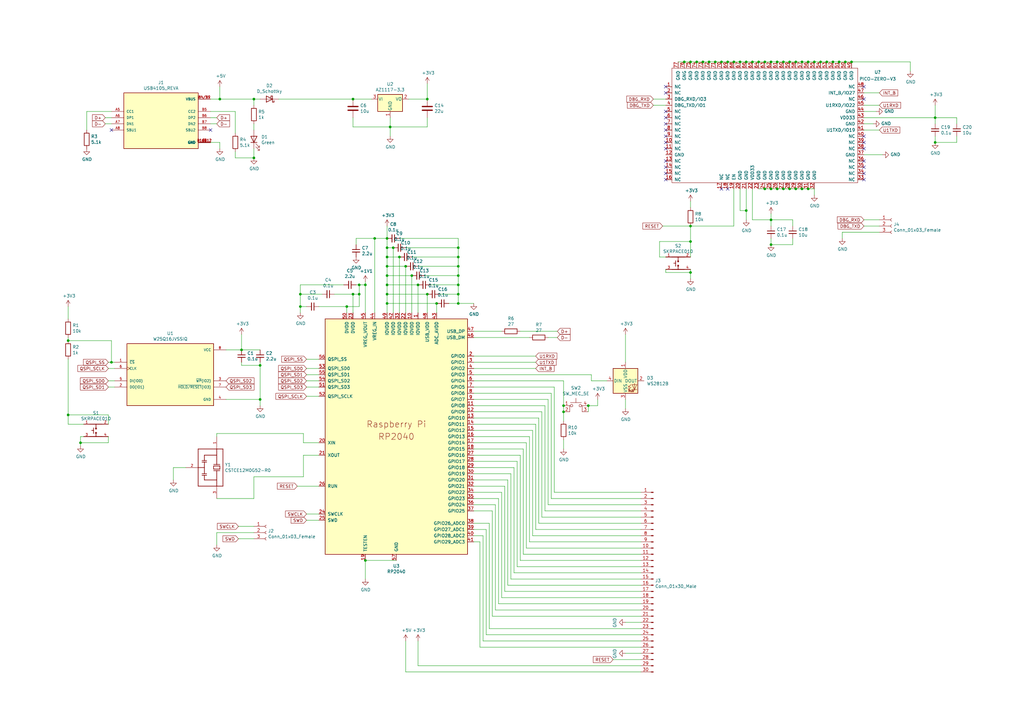
<source format=kicad_sch>
(kicad_sch (version 20211123) (generator eeschema)
  (paper "A3")
  (junction (at 99.06 143.51))
  (junction (at 187.96 124.46))
  (junction (at 241.3 166.37))
  (junction (at 158.75 120.65))
  (junction (at 231.14 166.37))
  (junction (at 123.19 120.65))
  (junction (at 316.23 77.47))
  (junction (at 346.71 25.4))
  (junction (at 187.96 101.6))
  (junction (at 187.96 113.03))
  (junction (at 323.85 77.47))
  (junction (at 27.94 139.7))
  (junction (at 158.75 97.79))
  (junction (at 158.75 101.6))
  (junction (at 321.31 77.47))
  (junction (at 339.09 25.4))
  (junction (at 168.91 113.03))
  (junction (at 231.14 168.91))
  (junction (at 45.72 148.59))
  (junction (at 321.31 25.4))
  (junction (at 311.15 25.4))
  (junction (at 283.21 92.71))
  (junction (at 290.83 25.4))
  (junction (at 179.07 124.46))
  (junction (at 175.26 120.65))
  (junction (at 328.93 25.4))
  (junction (at 187.96 109.22))
  (junction (at 306.07 25.4))
  (junction (at 323.85 25.4))
  (junction (at 106.68 163.83))
  (junction (at 280.67 25.4))
  (junction (at 313.69 25.4))
  (junction (at 318.77 25.4))
  (junction (at 318.77 77.47))
  (junction (at 171.45 116.84))
  (junction (at 144.78 120.65))
  (junction (at 147.32 116.84))
  (junction (at 288.29 25.4))
  (junction (at 153.67 97.79))
  (junction (at 27.94 170.18))
  (junction (at 285.75 25.4))
  (junction (at 187.96 120.65))
  (junction (at 316.23 25.4))
  (junction (at 144.78 40.64))
  (junction (at 326.39 25.4))
  (junction (at 104.14 64.77))
  (junction (at 283.21 25.4))
  (junction (at 316.23 90.17))
  (junction (at 308.61 25.4))
  (junction (at 166.37 109.22))
  (junction (at 158.75 116.84))
  (junction (at 158.75 124.46))
  (junction (at 149.86 116.84))
  (junction (at 187.96 105.41))
  (junction (at 160.02 52.07))
  (junction (at 303.53 25.4))
  (junction (at 142.24 125.73))
  (junction (at 147.32 120.65))
  (junction (at 300.99 25.4))
  (junction (at 316.23 100.33))
  (junction (at 331.47 77.47))
  (junction (at 283.21 111.76))
  (junction (at 306.07 86.36))
  (junction (at 313.69 77.47))
  (junction (at 341.63 25.4))
  (junction (at 328.93 77.47))
  (junction (at 158.75 105.41))
  (junction (at 283.21 99.06))
  (junction (at 349.25 25.4))
  (junction (at 175.26 40.64))
  (junction (at 295.91 25.4))
  (junction (at 326.39 77.47))
  (junction (at 383.54 48.26))
  (junction (at 149.86 229.87))
  (junction (at 33.02 181.61))
  (junction (at 123.19 125.73))
  (junction (at 163.83 105.41))
  (junction (at 158.75 109.22))
  (junction (at 106.68 149.86))
  (junction (at 104.14 40.64))
  (junction (at 334.01 25.4))
  (junction (at 331.47 25.4))
  (junction (at 158.75 113.03))
  (junction (at 90.17 40.64))
  (junction (at 336.55 25.4))
  (junction (at 161.29 101.6))
  (junction (at 187.96 116.84))
  (junction (at 298.45 25.4))
  (junction (at 293.37 25.4))
  (junction (at 344.17 25.4))
  (junction (at 383.54 58.42))
  (no_connect (at 354.33 68.58))
  (no_connect (at 354.33 71.12))
  (no_connect (at 273.05 60.96))
  (no_connect (at 354.33 66.04))
  (no_connect (at 273.05 45.72))
  (no_connect (at 273.05 73.66))
  (no_connect (at 273.05 68.58))
  (no_connect (at 354.33 58.42))
  (no_connect (at 295.91 77.47))
  (no_connect (at 354.33 55.88))
  (no_connect (at 45.72 53.34))
  (no_connect (at 273.05 38.1))
  (no_connect (at 298.45 77.47))
  (no_connect (at 273.05 50.8))
  (no_connect (at 273.05 58.42))
  (no_connect (at 273.05 48.26))
  (no_connect (at 86.36 53.34))
  (no_connect (at 354.33 35.56))
  (no_connect (at 273.05 55.88))
  (no_connect (at 273.05 71.12))
  (no_connect (at 354.33 60.96))
  (no_connect (at 354.33 73.66))
  (no_connect (at 273.05 53.34))
  (no_connect (at 273.05 66.04))
  (no_connect (at 354.33 40.64))
  (no_connect (at 273.05 35.56))
  (wire (pts (xy 241.3 166.37) (xy 245.11 166.37)))
  (wire (pts (xy 96.52 45.72) (xy 96.52 54.61)))
  (wire (pts (xy 288.29 25.4) (xy 290.83 25.4)))
  (wire (pts (xy 158.75 116.84) (xy 158.75 120.65)))
  (wire (pts (xy 130.81 158.75) (xy 125.73 158.75)))
  (wire (pts (xy 44.45 170.18) (xy 27.94 170.18)))
  (wire (pts (xy 96.52 64.77) (xy 104.14 64.77)))
  (wire (pts (xy 132.08 120.65) (xy 123.19 120.65)))
  (wire (pts (xy 88.9 218.44) (xy 104.14 218.44)))
  (wire (pts (xy 160.02 55.88) (xy 160.02 52.07)))
  (wire (pts (xy 194.31 161.29) (xy 226.06 161.29)))
  (wire (pts (xy 308.61 25.4) (xy 311.15 25.4)))
  (wire (pts (xy 212.09 189.23) (xy 212.09 232.41)))
  (wire (pts (xy 147.32 120.65) (xy 144.78 120.65)))
  (wire (pts (xy 171.45 273.05) (xy 262.89 273.05)))
  (wire (pts (xy 44.45 173.99) (xy 44.45 170.18)))
  (wire (pts (xy 124.46 195.58) (xy 124.46 186.69)))
  (wire (pts (xy 273.05 40.64) (xy 267.97 40.64)))
  (wire (pts (xy 331.47 25.4) (xy 334.01 25.4)))
  (wire (pts (xy 283.21 114.3) (xy 283.21 111.76)))
  (wire (pts (xy 158.75 109.22) (xy 158.75 113.03)))
  (wire (pts (xy 213.36 135.89) (xy 228.6 135.89)))
  (wire (pts (xy 349.25 25.4) (xy 373.38 25.4)))
  (wire (pts (xy 161.29 101.6) (xy 158.75 101.6)))
  (wire (pts (xy 316.23 25.4) (xy 318.77 25.4)))
  (wire (pts (xy 194.31 189.23) (xy 212.09 189.23)))
  (wire (pts (xy 283.21 25.4) (xy 285.75 25.4)))
  (wire (pts (xy 137.16 120.65) (xy 144.78 120.65)))
  (wire (pts (xy 104.14 60.96) (xy 104.14 64.77)))
  (wire (pts (xy 46.99 156.21) (xy 44.45 156.21)))
  (wire (pts (xy 46.99 158.75) (xy 44.45 158.75)))
  (wire (pts (xy 158.75 97.79) (xy 158.75 101.6)))
  (wire (pts (xy 262.89 201.93) (xy 227.33 201.93)))
  (wire (pts (xy 354.33 38.1) (xy 360.68 38.1)))
  (wire (pts (xy 161.29 128.27) (xy 161.29 101.6)))
  (wire (pts (xy 215.9 224.79) (xy 262.89 224.79)))
  (wire (pts (xy 194.31 214.63) (xy 200.66 214.63)))
  (wire (pts (xy 194.31 163.83) (xy 224.79 163.83)))
  (wire (pts (xy 339.09 25.4) (xy 341.63 25.4)))
  (wire (pts (xy 198.12 262.89) (xy 262.89 262.89)))
  (wire (pts (xy 325.12 100.33) (xy 316.23 100.33)))
  (wire (pts (xy 45.72 48.26) (xy 43.18 48.26)))
  (wire (pts (xy 130.81 162.56) (xy 125.73 162.56)))
  (wire (pts (xy 354.33 63.5) (xy 361.95 63.5)))
  (wire (pts (xy 223.52 166.37) (xy 223.52 209.55)))
  (wire (pts (xy 146.05 116.84) (xy 147.32 116.84)))
  (wire (pts (xy 96.52 62.23) (xy 96.52 64.77)))
  (wire (pts (xy 256.54 137.16) (xy 256.54 148.59)))
  (wire (pts (xy 130.81 199.39) (xy 121.92 199.39)))
  (wire (pts (xy 231.14 166.37) (xy 231.14 156.21)))
  (wire (pts (xy 316.23 90.17) (xy 316.23 92.71)))
  (wire (pts (xy 354.33 43.18) (xy 360.68 43.18)))
  (wire (pts (xy 325.12 90.17) (xy 325.12 92.71)))
  (wire (pts (xy 180.34 120.65) (xy 187.96 120.65)))
  (wire (pts (xy 273.05 105.41) (xy 270.51 105.41)))
  (wire (pts (xy 242.57 156.21) (xy 248.92 156.21)))
  (wire (pts (xy 106.68 163.83) (xy 92.71 163.83)))
  (wire (pts (xy 222.25 212.09) (xy 262.89 212.09)))
  (wire (pts (xy 99.06 143.51) (xy 99.06 137.16)))
  (wire (pts (xy 219.71 217.17) (xy 262.89 217.17)))
  (wire (pts (xy 114.3 40.64) (xy 144.78 40.64)))
  (wire (pts (xy 383.54 48.26) (xy 383.54 43.18)))
  (wire (pts (xy 262.89 267.97) (xy 256.54 267.97)))
  (wire (pts (xy 194.31 207.01) (xy 203.2 207.01)))
  (wire (pts (xy 144.78 128.27) (xy 144.78 120.65)))
  (wire (pts (xy 222.25 168.91) (xy 222.25 212.09)))
  (wire (pts (xy 336.55 25.4) (xy 339.09 25.4)))
  (wire (pts (xy 123.19 120.65) (xy 123.19 125.73)))
  (wire (pts (xy 194.31 173.99) (xy 219.71 173.99)))
  (wire (pts (xy 194.31 209.55) (xy 201.93 209.55)))
  (wire (pts (xy 187.96 124.46) (xy 194.31 124.46)))
  (wire (pts (xy 203.2 250.19) (xy 262.89 250.19)))
  (wire (pts (xy 316.23 77.47) (xy 318.77 77.47)))
  (wire (pts (xy 201.93 209.55) (xy 201.93 252.73)))
  (wire (pts (xy 313.69 77.47) (xy 316.23 77.47)))
  (wire (pts (xy 354.33 48.26) (xy 383.54 48.26)))
  (wire (pts (xy 231.14 168.91) (xy 231.14 172.72)))
  (wire (pts (xy 194.31 138.43) (xy 217.17 138.43)))
  (wire (pts (xy 168.91 105.41) (xy 187.96 105.41)))
  (wire (pts (xy 130.81 125.73) (xy 142.24 125.73)))
  (wire (pts (xy 344.17 25.4) (xy 346.71 25.4)))
  (wire (pts (xy 171.45 109.22) (xy 187.96 109.22)))
  (wire (pts (xy 204.47 204.47) (xy 204.47 247.65)))
  (wire (pts (xy 196.85 265.43) (xy 262.89 265.43)))
  (wire (pts (xy 130.81 210.82) (xy 125.73 210.82)))
  (wire (pts (xy 123.19 116.84) (xy 140.97 116.84)))
  (wire (pts (xy 194.31 217.17) (xy 199.39 217.17)))
  (wire (pts (xy 354.33 45.72) (xy 359.41 45.72)))
  (wire (pts (xy 194.31 151.13) (xy 219.71 151.13)))
  (wire (pts (xy 104.14 215.9) (xy 97.79 215.9)))
  (wire (pts (xy 293.37 25.4) (xy 295.91 25.4)))
  (wire (pts (xy 194.31 176.53) (xy 218.44 176.53)))
  (wire (pts (xy 142.24 125.73) (xy 147.32 125.73)))
  (wire (pts (xy 152.4 40.64) (xy 144.78 40.64)))
  (wire (pts (xy 306.07 86.36) (xy 306.07 77.47)))
  (wire (pts (xy 231.14 156.21) (xy 194.31 156.21)))
  (wire (pts (xy 283.21 92.71) (xy 283.21 99.06)))
  (wire (pts (xy 220.98 214.63) (xy 262.89 214.63)))
  (wire (pts (xy 354.33 53.34) (xy 360.68 53.34)))
  (wire (pts (xy 163.83 105.41) (xy 158.75 105.41)))
  (wire (pts (xy 323.85 25.4) (xy 326.39 25.4)))
  (wire (pts (xy 345.44 95.25) (xy 345.44 97.79)))
  (wire (pts (xy 175.26 48.26) (xy 175.26 52.07)))
  (wire (pts (xy 200.66 214.63) (xy 200.66 257.81)))
  (wire (pts (xy 217.17 222.25) (xy 262.89 222.25)))
  (wire (pts (xy 175.26 120.65) (xy 158.75 120.65)))
  (wire (pts (xy 194.31 186.69) (xy 213.36 186.69)))
  (wire (pts (xy 323.85 77.47) (xy 326.39 77.47)))
  (wire (pts (xy 27.94 138.43) (xy 27.94 139.7)))
  (wire (pts (xy 308.61 90.17) (xy 316.23 90.17)))
  (wire (pts (xy 166.37 101.6) (xy 187.96 101.6)))
  (wire (pts (xy 187.96 101.6) (xy 187.96 97.79)))
  (wire (pts (xy 46.99 148.59) (xy 45.72 148.59)))
  (wire (pts (xy 179.07 128.27) (xy 179.07 124.46)))
  (wire (pts (xy 262.89 275.59) (xy 166.37 275.59)))
  (wire (pts (xy 45.72 148.59) (xy 44.45 148.59)))
  (wire (pts (xy 383.54 58.42) (xy 383.54 55.88)))
  (wire (pts (xy 86.36 58.42) (xy 90.17 58.42)))
  (wire (pts (xy 86.36 40.64) (xy 90.17 40.64)))
  (wire (pts (xy 45.72 50.8) (xy 43.18 50.8)))
  (wire (pts (xy 194.31 171.45) (xy 220.98 171.45)))
  (wire (pts (xy 88.9 177.8) (xy 88.9 179.07)))
  (wire (pts (xy 210.82 234.95) (xy 262.89 234.95)))
  (wire (pts (xy 171.45 273.05) (xy 171.45 262.89)))
  (wire (pts (xy 27.94 173.99) (xy 34.29 173.99)))
  (wire (pts (xy 392.43 55.88) (xy 392.43 58.42)))
  (wire (pts (xy 146.05 97.79) (xy 153.67 97.79)))
  (wire (pts (xy 306.07 25.4) (xy 308.61 25.4)))
  (wire (pts (xy 218.44 219.71) (xy 262.89 219.71)))
  (wire (pts (xy 104.14 40.64) (xy 104.14 43.18)))
  (wire (pts (xy 187.96 113.03) (xy 187.96 109.22)))
  (wire (pts (xy 166.37 109.22) (xy 158.75 109.22)))
  (wire (pts (xy 360.68 90.17) (xy 354.33 90.17)))
  (wire (pts (xy 280.67 25.4) (xy 283.21 25.4)))
  (wire (pts (xy 194.31 135.89) (xy 205.74 135.89)))
  (wire (pts (xy 313.69 25.4) (xy 316.23 25.4)))
  (wire (pts (xy 194.31 166.37) (xy 223.52 166.37)))
  (wire (pts (xy 306.07 86.36) (xy 306.07 90.17)))
  (wire (pts (xy 27.94 130.81) (xy 27.94 125.73)))
  (wire (pts (xy 175.26 52.07) (xy 160.02 52.07)))
  (wire (pts (xy 71.12 191.77) (xy 71.12 196.85)))
  (wire (pts (xy 147.32 116.84) (xy 147.32 120.65)))
  (wire (pts (xy 224.79 138.43) (xy 228.6 138.43)))
  (wire (pts (xy 303.53 86.36) (xy 306.07 86.36)))
  (wire (pts (xy 219.71 173.99) (xy 219.71 217.17)))
  (wire (pts (xy 270.51 99.06) (xy 270.51 105.41)))
  (wire (pts (xy 214.63 184.15) (xy 214.63 227.33)))
  (wire (pts (xy 360.68 95.25) (xy 345.44 95.25)))
  (wire (pts (xy 176.53 116.84) (xy 187.96 116.84)))
  (wire (pts (xy 124.46 186.69) (xy 130.81 186.69)))
  (wire (pts (xy 203.2 207.01) (xy 203.2 250.19)))
  (wire (pts (xy 295.91 25.4) (xy 298.45 25.4)))
  (wire (pts (xy 325.12 97.79) (xy 325.12 100.33)))
  (wire (pts (xy 106.68 163.83) (xy 106.68 166.37)))
  (wire (pts (xy 316.23 90.17) (xy 325.12 90.17)))
  (wire (pts (xy 158.75 105.41) (xy 158.75 109.22)))
  (wire (pts (xy 166.37 128.27) (xy 166.37 109.22)))
  (wire (pts (xy 187.96 116.84) (xy 187.96 113.03)))
  (wire (pts (xy 90.17 58.42) (xy 90.17 60.96)))
  (wire (pts (xy 283.21 82.55) (xy 283.21 85.09)))
  (wire (pts (xy 194.31 204.47) (xy 204.47 204.47)))
  (wire (pts (xy 187.96 105.41) (xy 187.96 101.6)))
  (wire (pts (xy 300.99 25.4) (xy 303.53 25.4)))
  (wire (pts (xy 158.75 113.03) (xy 168.91 113.03)))
  (wire (pts (xy 208.28 240.03) (xy 262.89 240.03)))
  (wire (pts (xy 158.75 116.84) (xy 171.45 116.84)))
  (wire (pts (xy 106.68 40.64) (xy 104.14 40.64)))
  (wire (pts (xy 334.01 25.4) (xy 336.55 25.4)))
  (wire (pts (xy 184.15 124.46) (xy 187.96 124.46)))
  (wire (pts (xy 218.44 176.53) (xy 218.44 219.71)))
  (wire (pts (xy 328.93 77.47) (xy 331.47 77.47)))
  (wire (pts (xy 88.9 218.44) (xy 88.9 223.52)))
  (wire (pts (xy 147.32 125.73) (xy 147.32 120.65)))
  (wire (pts (xy 283.21 92.71) (xy 271.78 92.71)))
  (wire (pts (xy 124.46 177.8) (xy 88.9 177.8)))
  (wire (pts (xy 207.01 242.57) (xy 262.89 242.57)))
  (wire (pts (xy 209.55 237.49) (xy 262.89 237.49)))
  (wire (pts (xy 158.75 124.46) (xy 158.75 128.27)))
  (wire (pts (xy 283.21 92.71) (xy 300.99 92.71)))
  (wire (pts (xy 147.32 116.84) (xy 149.86 116.84)))
  (wire (pts (xy 194.31 184.15) (xy 214.63 184.15)))
  (wire (pts (xy 331.47 77.47) (xy 334.01 77.47)))
  (wire (pts (xy 130.81 153.67) (xy 125.73 153.67)))
  (wire (pts (xy 215.9 181.61) (xy 215.9 224.79)))
  (wire (pts (xy 86.36 50.8) (xy 88.9 50.8)))
  (wire (pts (xy 149.86 116.84) (xy 149.86 115.57)))
  (wire (pts (xy 104.14 204.47) (xy 104.14 195.58)))
  (wire (pts (xy 242.57 153.67) (xy 242.57 156.21)))
  (wire (pts (xy 256.54 163.83) (xy 256.54 167.64)))
  (wire (pts (xy 326.39 25.4) (xy 328.93 25.4)))
  (wire (pts (xy 278.13 25.4) (xy 280.67 25.4)))
  (wire (pts (xy 123.19 125.73) (xy 123.19 128.27)))
  (wire (pts (xy 187.96 120.65) (xy 187.96 116.84)))
  (wire (pts (xy 163.83 97.79) (xy 187.96 97.79)))
  (wire (pts (xy 321.31 25.4) (xy 323.85 25.4)))
  (wire (pts (xy 130.81 147.32) (xy 125.73 147.32)))
  (wire (pts (xy 373.38 25.4) (xy 373.38 29.21)))
  (wire (pts (xy 308.61 77.47) (xy 308.61 90.17)))
  (wire (pts (xy 194.31 181.61) (xy 215.9 181.61)))
  (wire (pts (xy 200.66 257.81) (xy 262.89 257.81)))
  (wire (pts (xy 33.02 179.07) (xy 34.29 179.07)))
  (wire (pts (xy 86.36 48.26) (xy 88.9 48.26)))
  (wire (pts (xy 45.72 139.7) (xy 45.72 148.59)))
  (wire (pts (xy 226.06 161.29) (xy 226.06 204.47)))
  (wire (pts (xy 90.17 40.64) (xy 104.14 40.64)))
  (wire (pts (xy 226.06 204.47) (xy 262.89 204.47)))
  (wire (pts (xy 160.02 52.07) (xy 144.78 52.07)))
  (wire (pts (xy 227.33 201.93) (xy 227.33 158.75)))
  (wire (pts (xy 205.74 201.93) (xy 205.74 245.11)))
  (wire (pts (xy 341.63 25.4) (xy 344.17 25.4)))
  (wire (pts (xy 33.02 182.88) (xy 33.02 181.61)))
  (wire (pts (xy 45.72 45.72) (xy 35.56 45.72)))
  (wire (pts (xy 88.9 204.47) (xy 104.14 204.47)))
  (wire (pts (xy 303.53 25.4) (xy 306.07 25.4)))
  (wire (pts (xy 27.94 147.32) (xy 27.94 170.18)))
  (wire (pts (xy 99.06 149.86) (xy 106.68 149.86)))
  (wire (pts (xy 231.14 166.37) (xy 231.14 168.91)))
  (wire (pts (xy 224.79 163.83) (xy 224.79 207.01)))
  (wire (pts (xy 360.68 92.71) (xy 354.33 92.71)))
  (wire (pts (xy 27.94 170.18) (xy 27.94 173.99)))
  (wire (pts (xy 99.06 143.51) (xy 106.68 143.51)))
  (wire (pts (xy 321.31 77.47) (xy 323.85 77.47)))
  (wire (pts (xy 166.37 262.89) (xy 166.37 275.59)))
  (wire (pts (xy 207.01 199.39) (xy 207.01 242.57)))
  (wire (pts (xy 86.36 45.72) (xy 96.52 45.72)))
  (wire (pts (xy 383.54 48.26) (xy 392.43 48.26)))
  (wire (pts (xy 153.67 97.79) (xy 158.75 97.79)))
  (wire (pts (xy 194.31 194.31) (xy 209.55 194.31)))
  (wire (pts (xy 220.98 171.45) (xy 220.98 214.63)))
  (wire (pts (xy 334.01 77.47) (xy 334.01 80.01)))
  (wire (pts (xy 392.43 48.26) (xy 392.43 50.8)))
  (wire (pts (xy 196.85 222.25) (xy 196.85 265.43)))
  (wire (pts (xy 205.74 245.11) (xy 262.89 245.11)))
  (wire (pts (xy 208.28 196.85) (xy 208.28 240.03)))
  (wire (pts (xy 318.77 77.47) (xy 321.31 77.47)))
  (wire (pts (xy 311.15 77.47) (xy 313.69 77.47)))
  (wire (pts (xy 204.47 247.65) (xy 262.89 247.65)))
  (wire (pts (xy 173.99 113.03) (xy 187.96 113.03)))
  (wire (pts (xy 158.75 101.6) (xy 158.75 105.41)))
  (wire (pts (xy 273.05 110.49) (xy 273.05 111.76)))
  (wire (pts (xy 130.81 213.36) (xy 125.73 213.36)))
  (wire (pts (xy 300.99 77.47) (xy 300.99 92.71)))
  (wire (pts (xy 209.55 194.31) (xy 209.55 237.49)))
  (wire (pts (xy 130.81 156.21) (xy 125.73 156.21)))
  (wire (pts (xy 194.31 222.25) (xy 196.85 222.25)))
  (wire (pts (xy 354.33 50.8) (xy 358.14 50.8)))
  (wire (pts (xy 311.15 25.4) (xy 313.69 25.4)))
  (wire (pts (xy 146.05 100.33) (xy 146.05 97.79)))
  (wire (pts (xy 153.67 128.27) (xy 153.67 97.79)))
  (wire (pts (xy 383.54 48.26) (xy 383.54 50.8)))
  (wire (pts (xy 162.56 229.87) (xy 149.86 229.87)))
  (wire (pts (xy 149.86 128.27) (xy 149.86 116.84)))
  (wire (pts (xy 231.14 180.34) (xy 231.14 184.15)))
  (wire (pts (xy 158.75 120.65) (xy 158.75 124.46)))
  (wire (pts (xy 171.45 128.27) (xy 171.45 116.84)))
  (wire (pts (xy 90.17 40.64) (xy 90.17 35.56)))
  (wire (pts (xy 283.21 99.06) (xy 283.21 105.41)))
  (wire (pts (xy 245.11 166.37) (xy 245.11 163.83)))
  (wire (pts (xy 35.56 45.72) (xy 35.56 53.34)))
  (wire (pts (xy 270.51 99.06) (xy 283.21 99.06)))
  (wire (pts (xy 149.86 237.49) (xy 149.86 229.87)))
  (wire (pts (xy 104.14 220.98) (xy 97.79 220.98)))
  (wire (pts (xy 227.33 158.75) (xy 194.31 158.75)))
  (wire (pts (xy 194.31 179.07) (xy 217.17 179.07)))
  (wire (pts (xy 167.64 40.64) (xy 175.26 40.64)))
  (wire (pts (xy 214.63 227.33) (xy 262.89 227.33)))
  (wire (pts (xy 92.71 143.51) (xy 99.06 143.51)))
  (wire (pts (xy 194.31 168.91) (xy 222.25 168.91)))
  (wire (pts (xy 160.02 48.26) (xy 160.02 52.07)))
  (wire (pts (xy 33.02 181.61) (xy 33.02 179.07)))
  (wire (pts (xy 194.31 148.59) (xy 219.71 148.59)))
  (wire (pts (xy 194.31 196.85) (xy 208.28 196.85)))
  (wire (pts (xy 130.81 151.13) (xy 125.73 151.13)))
  (wire (pts (xy 106.68 149.86) (xy 106.68 163.83)))
  (wire (pts (xy 326.39 77.47) (xy 328.93 77.47)))
  (wire (pts (xy 241.3 168.91) (xy 241.3 166.37)))
  (wire (pts (xy 262.89 255.27) (xy 256.54 255.27)))
  (wire (pts (xy 194.31 199.39) (xy 207.01 199.39)))
  (wire (pts (xy 106.68 149.86) (xy 106.68 148.59)))
  (wire (pts (xy 224.79 207.01) (xy 262.89 207.01)))
  (wire (pts (xy 44.45 181.61) (xy 33.02 181.61)))
  (wire (pts (xy 187.96 109.22) (xy 187.96 105.41)))
  (wire (pts (xy 194.31 146.05) (xy 219.71 146.05)))
  (wire (pts (xy 163.83 128.27) (xy 163.83 105.41)))
  (wire (pts (xy 273.05 43.18) (xy 267.97 43.18)))
  (wire (pts (xy 194.31 153.67) (xy 242.57 153.67)))
  (wire (pts (xy 316.23 100.33) (xy 316.23 97.79)))
  (wire (pts (xy 76.2 191.77) (xy 71.12 191.77)))
  (wire (pts (xy 392.43 58.42) (xy 383.54 58.42)))
  (wire (pts (xy 285.75 25.4) (xy 288.29 25.4)))
  (wire (pts (xy 158.75 92.71) (xy 158.75 97.79)))
  (wire (pts (xy 99.06 148.59) (xy 99.06 149.86)))
  (wire (pts (xy 199.39 217.17) (xy 199.39 260.35)))
  (wire (pts (xy 187.96 124.46) (xy 187.96 120.65)))
  (wire (pts (xy 283.21 111.76) (xy 283.21 110.49)))
  (wire (pts (xy 46.99 151.13) (xy 44.45 151.13)))
  (wire (pts (xy 158.75 113.03) (xy 158.75 116.84)))
  (wire (pts (xy 328.93 25.4) (xy 331.47 25.4)))
  (wire (pts (xy 27.94 139.7) (xy 45.72 139.7)))
  (wire (pts (xy 303.53 77.47) (xy 303.53 86.36)))
  (wire (pts (xy 130.81 181.61) (xy 124.46 181.61)))
  (wire (pts (xy 213.36 229.87) (xy 262.89 229.87)))
  (wire (pts (xy 199.39 260.35) (xy 262.89 260.35)))
  (wire (pts (xy 144.78 52.07) (xy 144.78 48.26)))
  (wire (pts (xy 217.17 179.07) (xy 217.17 222.25)))
  (wire (pts (xy 125.73 125.73) (xy 123.19 125.73)))
  (wire (pts (xy 104.14 195.58) (xy 124.46 195.58)))
  (wire (pts (xy 168.91 128.27) (xy 168.91 113.03)))
  (wire (pts (xy 44.45 179.07) (xy 44.45 181.61)))
  (wire (pts (xy 346.71 25.4) (xy 349.25 25.4)))
  (wire (pts (xy 210.82 191.77) (xy 210.82 234.95)))
  (wire (pts (xy 142.24 128.27) (xy 142.24 125.73)))
  (wire (pts (xy 124.46 181.61) (xy 124.46 177.8)))
  (wire (pts (xy 198.12 219.71) (xy 198.12 262.89)))
  (wire (pts (xy 223.52 209.55) (xy 262.89 209.55)))
  (wire (pts (xy 194.31 191.77) (xy 210.82 191.77)))
  (wire (pts (xy 213.36 186.69) (xy 213.36 229.87)))
  (wire (pts (xy 194.31 219.71) (xy 198.12 219.71)))
  (wire (pts (xy 175.26 128.27) (xy 175.26 120.65)))
  (wire (pts (xy 316.23 87.63) (xy 316.23 90.17)))
  (wire (pts (xy 201.93 252.73) (xy 262.89 252.73)))
  (wire (pts (xy 290.83 25.4) (xy 293.37 25.4)))
  (wire (pts (xy 175.26 40.64) (xy 175.26 34.29)))
  (wire (pts (xy 104.14 53.34) (xy 104.14 50.8)))
  (wire (pts (xy 179.07 124.46) (xy 158.75 124.46)))
  (wire (pts (xy 273.05 111.76) (xy 283.21 111.76)))
  (wire (pts (xy 123.19 120.65) (xy 123.19 116.84)))
  (wire (pts (xy 194.31 201.93) (xy 205.74 201.93)))
  (wire (pts (xy 262.89 270.51) (xy 251.46 270.51)))
  (wire (pts (xy 298.45 25.4) (xy 300.99 25.4)))
  (wire (pts (xy 212.09 232.41) (xy 262.89 232.41)))
  (wire (pts (xy 318.77 25.4) (xy 321.31 25.4)))
  (global_label "SWD" (shape input) (at 97.79 220.98 180) (property "シート間のリファレンス" "${INTERSHEET_REFS}" (effects hide)))
  (global_label "RESET" (shape input) (at 251.46 270.51 180) (property "シート間のリファレンス" "${INTERSHEET_REFS}" (effects hide)))
  (global_label "QSPI_SS" (shape input) (at 44.45 148.59 180) (property "シート間のリファレンス" "${INTERSHEET_REFS}" (effects hide)))
  (global_label "DBG_TXD" (shape input) (at 267.97 43.18 180) (property "シート間のリファレンス" "${INTERSHEET_REFS}" (effects hide)))
  (global_label "DBG_RXD" (shape input) (at 267.97 40.64 180) (property "シート間のリファレンス" "${INTERSHEET_REFS}" (effects hide)))
  (global_label "QSPI_SCLK" (shape input) (at 44.45 151.13 180) (property "シート間のリファレンス" "${INTERSHEET_REFS}" (effects hide)))
  (global_label "SWD" (shape input) (at 125.73 213.36 180) (property "シート間のリファレンス" "${INTERSHEET_REFS}" (effects hide)))
  (global_label "QSPI_SS" (shape input) (at 125.73 147.32 180) (property "シート間のリファレンス" "${INTERSHEET_REFS}" (effects hide)))
  (global_label "QSPI_SD1" (shape input) (at 44.45 158.75 180) (property "シート間のリファレンス" "${INTERSHEET_REFS}" (effects hide)))
  (global_label "INT_B" (shape input) (at 219.71 151.13 0) (property "シート間のリファレンス" "${INTERSHEET_REFS}" (effects hide)))
  (global_label "QSPI_SD3" (shape input) (at 125.73 158.75 180) (property "シート間のリファレンス" "${INTERSHEET_REFS}" (effects hide)))
  (global_label "D-" (shape input) (at 43.18 50.8 180) (property "シート間のリファレンス" "${INTERSHEET_REFS}" (effects hide)))
  (global_label "DBG_RXD" (shape input) (at 354.33 90.17 180) (property "シート間のリファレンス" "${INTERSHEET_REFS}" (effects hide)))
  (global_label "D-" (shape input) (at 88.9 50.8 0) (property "シート間のリファレンス" "${INTERSHEET_REFS}" (effects hide)))
  (global_label "U1RXD" (shape input) (at 360.68 43.18 0) (property "シート間のリファレンス" "${INTERSHEET_REFS}" (effects hide)))
  (global_label "RESET" (shape input) (at 121.92 199.39 180) (property "シート間のリファレンス" "${INTERSHEET_REFS}" (effects hide)))
  (global_label "D+" (shape input) (at 43.18 48.26 180) (property "シート間のリファレンス" "${INTERSHEET_REFS}" (effects hide)))
  (global_label "INT_B" (shape input) (at 360.68 38.1 0) (property "シート間のリファレンス" "${INTERSHEET_REFS}" (effects hide)))
  (global_label "SWCLK" (shape input) (at 125.73 210.82 180) (property "シート間のリファレンス" "${INTERSHEET_REFS}" (effects hide)))
  (global_label "DBG_TXD" (shape input) (at 354.33 92.71 180) (property "シート間のリファレンス" "${INTERSHEET_REFS}" (effects hide)))
  (global_label "RESET" (shape input) (at 271.78 92.71 180) (property "シート間のリファレンス" "${INTERSHEET_REFS}" (effects hide)))
  (global_label "QSPI_SD2" (shape input) (at 125.73 156.21 180) (property "シート間のリファレンス" "${INTERSHEET_REFS}" (effects hide)))
  (global_label "QSPI_SD3" (shape input) (at 92.71 158.75 0) (property "シート間のリファレンス" "${INTERSHEET_REFS}" (effects hide)))
  (global_label "QSPI_SD2" (shape input) (at 92.71 156.21 0) (property "シート間のリファレンス" "${INTERSHEET_REFS}" (effects hide)))
  (global_label "QSPI_SD0" (shape input) (at 44.45 156.21 180) (property "シート間のリファレンス" "${INTERSHEET_REFS}" (effects hide)))
  (global_label "D+" (shape input) (at 88.9 48.26 0) (property "シート間のリファレンス" "${INTERSHEET_REFS}" (effects hide)))
  (global_label "QSPI_SCLK" (shape input) (at 125.73 162.56 180) (property "シート間のリファレンス" "${INTERSHEET_REFS}" (effects hide)))
  (global_label "SWCLK" (shape input) (at 97.79 215.9 180) (property "シート間のリファレンス" "${INTERSHEET_REFS}" (effects hide)))
  (global_label "U1TXD" (shape input) (at 219.71 148.59 0) (property "シート間のリファレンス" "${INTERSHEET_REFS}" (effects hide)))
  (global_label "D+" (shape input) (at 228.6 135.89 0) (property "シート間のリファレンス" "${INTERSHEET_REFS}" (effects hide)))
  (global_label "U1TXD" (shape input) (at 360.68 53.34 0) (property "シート間のリファレンス" "${INTERSHEET_REFS}" (effects hide)))
  (global_label "QSPI_SD0" (shape input) (at 125.73 151.13 180) (property "シート間のリファレンス" "${INTERSHEET_REFS}" (effects hide)))
  (global_label "QSPI_SD1" (shape input) (at 125.73 153.67 180) (property "シート間のリファレンス" "${INTERSHEET_REFS}" (effects hide)))
  (global_label "D-" (shape input) (at 228.6 138.43 0) (property "シート間のリファレンス" "${INTERSHEET_REFS}" (effects hide)))
  (global_label "U1RXD" (shape input) (at 219.71 146.05 0) (property "シート間のリファレンス" "${INTERSHEET_REFS}" (effects hide)))
  (symbol (lib_id "power:GND") (at 306.07 90.17 0) (unit 1)
    (property "Reference" "#PWR0108" (effects hide))
    (property "Value" "GND" (at 306.197 94.5642 0))
  )
  (symbol (lib_id "power:GND") (at 334.01 80.01 0) (unit 1)
    (property "Reference" "#PWR0107" (effects hide))
    (property "Value" "GND" (at 334.137 84.4042 0))
  )
  (symbol (lib_id "Device:C_Small") (at 316.23 95.25 0) (unit 1)
    (property "Reference" "C17" (at 318.5668 94.0816 0) (effects (justify left)))
    (property "Value" "0.1u" (at 318.5668 96.393 0) (effects (justify left)))
    (property "Footprint" "Capacitor_SMD:C_0603_1608Metric" (effects hide))
  )
  (symbol (lib_id "Device:C_Small") (at 325.12 95.25 0) (unit 1)
    (property "Reference" "C18" (at 327.4568 94.0816 0) (effects (justify left)))
    (property "Value" "10u" (at 327.4568 96.393 0) (effects (justify left)))
    (property "Footprint" "Capacitor_SMD:C_0805_2012Metric" (effects hide))
  )
  (symbol (lib_id "power:GND") (at 316.23 100.33 0) (unit 1)
    (property "Reference" "#PWR0106" (effects hide))
    (property "Value" "GND" (at 316.357 104.7242 0))
  )
  (symbol (lib_id "power:GND") (at 361.95 63.5 90) (unit 1)
    (property "Reference" "#PWR0105" (effects hide))
    (property "Value" "GND" (at 365.2012 63.373 90) (effects (justify right)))
  )
  (symbol (lib_id "power:GND") (at 358.14 50.8 90) (unit 1)
    (property "Reference" "#PWR0104" (effects hide))
    (property "Value" "GND" (at 361.3912 50.673 90) (effects (justify right)))
  )
  (symbol (lib_id "power:GND") (at 359.41 45.72 90) (unit 1)
    (property "Reference" "#PWR0103" (effects hide))
    (property "Value" "GND" (at 362.6612 45.593 90) (effects (justify right)))
  )
  (symbol (lib_id "Device:C_Small") (at 383.54 53.34 0) (unit 1)
    (property "Reference" "C19" (at 385.8768 52.1716 0) (effects (justify left)))
    (property "Value" "0.1u" (at 385.8768 54.483 0) (effects (justify left)))
    (property "Footprint" "Capacitor_SMD:C_0603_1608Metric" (effects hide))
  )
  (symbol (lib_id "Device:C_Small") (at 392.43 53.34 0) (unit 1)
    (property "Reference" "C20" (at 394.7668 52.1716 0) (effects (justify left)))
    (property "Value" "10u" (at 394.7668 54.483 0) (effects (justify left)))
    (property "Footprint" "Capacitor_SMD:C_0805_2012Metric" (effects hide))
  )
  (symbol (lib_id "power:GND") (at 383.54 58.42 0) (unit 1)
    (property "Reference" "#PWR0102" (effects hide))
    (property "Value" "GND" (at 383.667 62.8142 0))
  )
  (symbol (lib_id "power:GND") (at 373.38 29.21 0) (unit 1)
    (property "Reference" "#PWR0101" (effects hide))
    (property "Value" "GND" (at 373.507 33.6042 0))
  )
  (symbol (lib_id "LED:WS2812B") (at 256.54 156.21 0) (unit 1)
    (property "Reference" "D3" (at 265.2776 155.0416 0) (effects (justify left)))
    (property "Value" "WS2812B" (at 265.2776 157.353 0) (effects (justify left)))
    (property "Footprint" "LED_SMD:LED_WS2812B_PLCC4_5.0x5.0mm_P3.2mm" (effects hide))
    (property "Datasheet" "https://cdn-shop.adafruit.com/datasheets/WS2812B.pdf" (effects hide))
  )
  (symbol (lib_id "power:+3.3V") (at 316.23 87.63 0) (unit 1)
    (property "Reference" "#PWR0109" (effects hide))
    (property "Value" "+3.3V" (at 316.611 83.2358 0))
  )
  (symbol (lib_id "power:+3.3V") (at 383.54 43.18 0) (unit 1)
    (property "Reference" "#PWR0110" (effects hide))
    (property "Value" "+3.3V" (at 383.921 38.7858 0))
  )
  (symbol (lib_id "Switch:SW_MEC_5E") (at 236.22 168.91 0) (unit 1)
    (property "Reference" "SW2" (at 236.22 159.131 0))
    (property "Value" "SW_MEC_5E" (at 236.22 161.4424 0))
    (property "Footprint" "Button_Switch_SMD:SW_SPST_Omron_B3FS-105xP" (effects hide))
    (property "Datasheet" "http://www.apem.com/int/index.php?controller=attachment&id_attachment=1371" (effects hide))
  )
  (symbol (lib_id "power:+3.3V") (at 283.21 82.55 0) (unit 1)
    (property "Reference" "#PWR0111" (effects hide))
    (property "Value" "+3.3V" (at 283.591 78.1558 0))
  )
  (symbol (lib_id "Device:R") (at 283.21 88.9 180) (unit 1)
    (property "Reference" "R8" (at 284.988 87.7316 0) (effects (justify right)))
    (property "Value" "10k" (at 284.988 90.043 0) (effects (justify right)))
    (property "Footprint" "Resistor_SMD:R_0603_1608Metric" (effects hide))
  )
  (symbol (lib_id "power:GND") (at 283.21 114.3 0) (unit 1)
    (property "Reference" "#PWR0112" (effects hide))
    (property "Value" "GND" (at 283.337 118.6942 0))
  )
  (symbol (lib_id "MCU_RaspberryPi_and_Boards:RP2040") (at 162.56 179.07 0) (unit 1)
    (property "Reference" "U3" (at 162.56 232.1306 0))
    (property "Value" "RP2040" (at 162.56 234.442 0))
    (property "Footprint" "AlexaConnectKitBoard_proj:RP2040-QFN-56" (effects hide))
  )
  (symbol (lib_id "power:+3.3V") (at 256.54 137.16 0) (unit 1)
    (property "Reference" "#PWR0132" (effects hide))
    (property "Value" "+3.3V" (at 256.921 132.7658 0))
  )
  (symbol (lib_id "Regulator_Linear:AZ1117-3.3") (at 160.02 40.64 0) (unit 1)
    (property "Reference" "U2" (at 160.02 34.4932 0))
    (property "Value" "AZ1117-3.3" (at 160.02 36.8046 0))
    (property "Footprint" "Package_TO_SOT_SMD:SOT-223-3_TabPin2" (effects hide))
    (property "Datasheet" "https://www.diodes.com/assets/Datasheets/AZ1117.pdf" (effects hide))
  )
  (symbol (lib_id "Device:C") (at 144.78 44.45 0) (unit 1)
    (property "Reference" "C6" (at 147.701 43.2816 0) (effects (justify left)))
    (property "Value" "10u" (at 147.701 45.593 0) (effects (justify left)))
    (property "Footprint" "Capacitor_SMD:C_0805_2012Metric" (effects hide))
  )
  (symbol (lib_id "Device:C") (at 175.26 44.45 0) (unit 1)
    (property "Reference" "C14" (at 178.181 43.2816 0) (effects (justify left)))
    (property "Value" "22u" (at 178.181 45.593 0) (effects (justify left)))
    (property "Footprint" "Capacitor_SMD:C_0603_1608Metric" (effects hide))
  )
  (symbol (lib_id "power:GND") (at 256.54 167.64 0) (unit 1)
    (property "Reference" "#PWR0133" (effects hide))
    (property "Value" "GND" (at 256.667 172.0342 0))
  )
  (symbol (lib_id "Device:D_Schottky") (at 110.49 40.64 180) (unit 1)
    (property "Reference" "D2" (at 110.49 35.1282 0))
    (property "Value" "D_Schottky" (at 110.49 37.4396 0))
    (property "Footprint" "Diode_SMD:D_SOD-123F" (effects hide))
  )
  (symbol (lib_id "power:GND") (at 160.02 55.88 0) (unit 1)
    (property "Reference" "#PWR0117" (effects hide))
    (property "Value" "GND" (at 160.147 60.2742 0))
  )
  (symbol (lib_id "Device:R") (at 35.56 57.15 0) (unit 1)
    (property "Reference" "R3" (at 37.338 55.9816 0) (effects (justify left)))
    (property "Value" "5.1k" (at 37.338 58.293 0) (effects (justify left)))
    (property "Footprint" "Resistor_SMD:R_0603_1608Metric_Pad0.98x0.95mm_HandSolder" (effects hide))
  )
  (symbol (lib_id "power:GND") (at 35.56 60.96 0)
    (property "Reference" "#PWR0113" (effects hide))
    (property "Value" "GND" (at 35.687 65.3542 0))
  )
  (symbol (lib_id "Device:R") (at 96.52 58.42 0) (unit 1)
    (property "Reference" "R4" (at 98.298 57.2516 0) (effects (justify left)))
    (property "Value" "5.1k" (at 98.298 59.563 0) (effects (justify left)))
    (property "Footprint" "Resistor_SMD:R_0603_1608Metric_Pad0.98x0.95mm_HandSolder" (effects hide))
  )
  (symbol (lib_id "power:GND") (at 104.14 64.77 0)
    (property "Reference" "#PWR0114" (effects hide))
    (property "Value" "GND" (at 104.267 69.1642 0))
  )
  (symbol (lib_id "power:GND") (at 90.17 60.96 0)
    (property "Reference" "#PWR0115" (effects hide))
    (property "Value" "GND" (at 90.297 65.3542 0))
  )
  (symbol (lib_id "power:+5V") (at 90.17 35.56 0) (unit 1)
    (property "Reference" "#PWR0116" (effects hide))
    (property "Value" "+5V" (at 90.551 31.1658 0))
  )
  (symbol (lib_id "Device:R") (at 104.14 46.99 0) (unit 1)
    (property "Reference" "R5" (at 105.918 45.8216 0) (effects (justify left)))
    (property "Value" "1k" (at 105.918 48.133 0) (effects (justify left)))
    (property "Footprint" "Resistor_SMD:R_0603_1608Metric_Pad0.98x0.95mm_HandSolder" (effects hide))
  )
  (symbol (lib_id "Device:LED") (at 104.14 57.15 90) (unit 1)
    (property "Reference" "D1" (at 107.1372 56.1594 90) (effects (justify right)))
    (property "Value" "Green" (at 107.1372 58.4708 90) (effects (justify right)))
    (property "Footprint" "LED_SMD:LED_0603_1608Metric_Pad1.05x0.95mm_HandSolder" (effects hide))
  )
  (symbol (lib_id "USB4105_REVA:USB4105_REVA") (at 66.04 50.8 0) (unit 1)
    (property "Reference" "J1" (at 66.04 33.8582 0))
    (property "Value" "USB4105_REVA" (at 66.04 36.1696 0))
    (property "Footprint" "Connector_USB:GCT_USB4105_REVA" (effects hide))
    (property "MAXIMUM_PACKAGE_HEIGHT" "3.31 mm" (effects hide))
    (property "STANDARD" "Manufacturer Recommendations" (effects hide))
    (property "MANUFACTURER" "GCT" (effects hide))
    (property "PARTREV" "0.2" (effects hide))
  )
  (symbol (lib_id "power:+3.3V") (at 245.11 163.83 0) (unit 1)
    (property "Reference" "#PWR0134" (effects hide))
    (property "Value" "+3.3V" (at 245.491 159.4358 0))
  )
  (symbol (lib_id "power:+3.3V") (at 175.26 34.29 0) (unit 1)
    (property "Reference" "#PWR0118" (effects hide))
    (property "Value" "+3.3V" (at 175.641 29.8958 0))
  )
  (symbol (lib_id "Device:R") (at 231.14 176.53 0) (unit 1)
    (property "Reference" "R10" (at 232.918 175.3616 0) (effects (justify left)))
    (property "Value" "10k" (at 232.918 177.673 0) (effects (justify left)))
    (property "Footprint" "Resistor_SMD:R_0603_1608Metric" (effects hide))
  )
  (symbol (lib_id "power:GND") (at 231.14 184.15 0) (unit 1)
    (property "Reference" "#PWR0135" (effects hide))
    (property "Value" "GND" (at 231.267 188.5442 0))
  )
  (symbol (lib_id "Connector:Conn_01x30_Male") (at 267.97 237.49 0) (mirror y) (unit 1)
    (property "Reference" "J3" (at 268.6812 238.1504 0) (effects (justify right)))
    (property "Value" "Conn_01x30_Male" (at 268.6812 240.4618 0) (effects (justify right)))
    (property "Footprint" "Connector_PinHeader_2.54mm:PinHeader_1x30_P2.54mm_Vertical" (effects hide))
  )
  (symbol (lib_id "power:+5V") (at 166.37 262.89 0) (unit 1)
    (property "Reference" "#PWR0136" (effects hide))
    (property "Value" "+5V" (at 166.751 258.4958 0))
  )
  (symbol (lib_id "Device:R") (at 209.55 135.89 270) (unit 1)
    (property "Reference" "R6" (at 209.55 130.6322 90))
    (property "Value" "27" (at 209.55 132.9436 90))
    (property "Footprint" "Resistor_SMD:R_0603_1608Metric" (effects hide))
  )
  (symbol (lib_id "Device:R") (at 220.98 138.43 270) (unit 1)
    (property "Reference" "R7" (at 220.98 133.1722 90))
    (property "Value" "27" (at 220.98 135.4836 90))
    (property "Footprint" "Resistor_SMD:R_0603_1608Metric" (effects hide))
  )
  (symbol (lib_id "power:+3.3V") (at 171.45 262.89 0) (unit 1)
    (property "Reference" "#PWR0137" (effects hide))
    (property "Value" "+3.3V" (at 171.831 258.4958 0))
  )
  (symbol (lib_id "Device:C_Small") (at 161.29 97.79 270) (unit 1)
    (property "Reference" "C8" (at 161.29 91.9734 90))
    (property "Value" "0.1u" (at 161.29 94.2848 90))
    (property "Footprint" "Capacitor_SMD:C_0603_1608Metric" (effects hide))
  )
  (symbol (lib_id "Device:C_Small") (at 163.83 101.6 270) (unit 1)
    (property "Reference" "C9" (at 163.83 95.7834 90))
    (property "Value" "0.1u" (at 163.83 98.0948 90))
    (property "Footprint" "Capacitor_SMD:C_0603_1608Metric" (effects hide))
  )
  (symbol (lib_id "Device:C_Small") (at 166.37 105.41 270) (unit 1)
    (property "Reference" "C10" (at 166.37 99.5934 90))
    (property "Value" "0.1u" (at 166.37 101.9048 90))
    (property "Footprint" "Capacitor_SMD:C_0603_1608Metric" (effects hide))
  )
  (symbol (lib_id "Device:C_Small") (at 168.91 109.22 270) (unit 1)
    (property "Reference" "C11" (at 168.91 103.4034 90))
    (property "Value" "0.1u" (at 168.91 105.7148 90))
    (property "Footprint" "Capacitor_SMD:C_0603_1608Metric" (effects hide))
  )
  (symbol (lib_id "Device:C_Small") (at 171.45 113.03 270) (unit 1)
    (property "Reference" "C12" (at 171.45 107.2134 90))
    (property "Value" "0.1u" (at 171.45 109.5248 90))
    (property "Footprint" "Capacitor_SMD:C_0603_1608Metric" (effects hide))
  )
  (symbol (lib_id "Device:C_Small") (at 173.99 116.84 270) (unit 1)
    (property "Reference" "C13" (at 173.99 111.0234 90))
    (property "Value" "0.1u" (at 173.99 113.3348 90))
    (property "Footprint" "Capacitor_SMD:C_0603_1608Metric" (effects hide))
  )
  (symbol (lib_id "Device:C_Small") (at 177.8 120.65 270) (unit 1)
    (property "Reference" "C15" (at 177.8 114.8334 90))
    (property "Value" "0.1u" (at 177.8 117.1448 90))
    (property "Footprint" "Capacitor_SMD:C_0603_1608Metric" (effects hide))
  )
  (symbol (lib_id "Device:C_Small") (at 181.61 124.46 270) (unit 1)
    (property "Reference" "C16" (at 181.61 118.6434 90))
    (property "Value" "0.1u" (at 181.61 120.9548 90))
    (property "Footprint" "Capacitor_SMD:C_0603_1608Metric" (effects hide))
  )
  (symbol (lib_id "power:+3.3V") (at 158.75 92.71 0) (unit 1)
    (property "Reference" "#PWR0119" (effects hide))
    (property "Value" "+3.3V" (at 159.131 88.3158 0))
  )
  (symbol (lib_id "power:GND") (at 194.31 124.46 0) (unit 1)
    (property "Reference" "#PWR0120" (effects hide))
    (property "Value" "GND" (at 194.437 128.8542 0))
  )
  (symbol (lib_id "Device:C_Small") (at 146.05 102.87 0) (unit 1)
    (property "Reference" "C7" (at 148.3868 101.7016 0) (effects (justify left)))
    (property "Value" "2.2u" (at 148.3868 104.013 0) (effects (justify left)))
    (property "Footprint" "Capacitor_SMD:C_0603_1608Metric" (effects hide))
  )
  (symbol (lib_id "power:GND") (at 146.05 105.41 0)
    (property "Reference" "#PWR0121" (effects hide))
    (property "Value" "GND" (at 146.177 109.8042 0))
  )
  (symbol (lib_id "Device:C_Small") (at 143.51 116.84 270) (unit 1)
    (property "Reference" "C5" (at 143.51 111.0234 90))
    (property "Value" "2.2u" (at 143.51 113.3348 90))
    (property "Footprint" "Capacitor_SMD:C_0603_1608Metric" (effects hide))
  )
  (symbol (lib_id "power:+1V1") (at 149.86 115.57 0) (unit 1)
    (property "Reference" "#PWR0122" (effects hide))
    (property "Value" "+1V1" (at 150.241 111.1758 0))
  )
  (symbol (lib_id "Device:C_Small") (at 134.62 120.65 270) (unit 1)
    (property "Reference" "C4" (at 134.62 114.8334 90))
    (property "Value" "0.1u" (at 134.62 117.1448 90))
    (property "Footprint" "Capacitor_SMD:C_0603_1608Metric" (effects hide))
  )
  (symbol (lib_id "Device:C_Small") (at 128.27 125.73 270) (unit 1)
    (property "Reference" "C3" (at 128.27 119.9134 90))
    (property "Value" "0.1u" (at 128.27 122.2248 90))
    (property "Footprint" "Capacitor_SMD:C_0603_1608Metric" (effects hide))
  )
  (symbol (lib_id "power:GND") (at 123.19 128.27 0)
    (property "Reference" "#PWR0123" (effects hide))
    (property "Value" "GND" (at 123.317 132.6642 0))
  )
  (symbol (lib_id "W25Q16JVSSIQ:W25Q16JVSSIQ") (at 69.85 153.67 0) (unit 1)
    (property "Reference" "U1" (at 69.85 136.7282 0))
    (property "Value" "W25Q16JVSSIQ" (at 69.85 139.0396 0))
    (property "Footprint" "AlexaConnectKitBoard_proj:SOIC127P790X216-8N" (effects hide))
    (property "AVAILABILITY" "Unavailable" (effects hide))
    (property "PRICE" "None" (effects hide))
    (property "MF" "Winbond Electronics" (effects hide))
    (property "DESCRIPTION" "3v 16m-Bit Serial Flash Memory With Dual" (effects hide))
    (property "MP" "W25Q16JVSSIQ" (effects hide))
    (property "PACKAGE" "SOIC-8 Winbond" (effects hide))
  )
  (symbol (lib_id "Device:C_Small") (at 99.06 146.05 0) (unit 1)
    (property "Reference" "C1" (at 101.3968 144.8816 0) (effects (justify left)))
    (property "Value" "0.1u" (at 101.3968 147.193 0) (effects (justify left)))
    (property "Footprint" "Capacitor_SMD:C_0603_1608Metric" (effects hide))
  )
  (symbol (lib_id "Device:C_Small") (at 106.68 146.05 0) (unit 1)
    (property "Reference" "C2" (at 109.0168 144.8816 0) (effects (justify left)))
    (property "Value" "2.2u" (at 109.0168 147.193 0) (effects (justify left)))
    (property "Footprint" "Capacitor_SMD:C_0603_1608Metric" (effects hide))
  )
  (symbol (lib_id "power:+3.3V") (at 99.06 137.16 0) (unit 1)
    (property "Reference" "#PWR0124" (effects hide))
    (property "Value" "+3.3V" (at 99.441 132.7658 0))
  )
  (symbol (lib_id "power:GND") (at 106.68 166.37 0) (unit 1)
    (property "Reference" "#PWR0125" (effects hide))
    (property "Value" "GND" (at 106.807 170.7642 0))
  )
  (symbol (lib_id "power:GND") (at 256.54 255.27 270) (unit 1)
    (property "Reference" "#PWR0138" (effects hide))
    (property "Value" "GND" (at 252.1458 255.397 0))
  )
  (symbol (lib_id "power:GND") (at 256.54 267.97 270) (unit 1)
    (property "Reference" "#PWR0139" (effects hide))
    (property "Value" "GND" (at 252.1458 268.097 0))
  )
  (symbol (lib_id "power:GND") (at 149.86 237.49 0) (unit 1)
    (property "Reference" "#PWR0126" (effects hide))
    (property "Value" "GND" (at 149.987 241.8842 0))
  )
  (symbol (lib_id "CSTCE12M0G52-R0:CSTCE12M0G52-R0") (at 86.36 191.77 270) (unit 1)
    (property "Reference" "Y1" (at 92.202 190.6016 90) (effects (justify left)))
    (property "Value" "CSTCE12M0G52-R0" (at 92.202 192.913 90) (effects (justify left)))
    (property "Footprint" "AlexaConnectKitBoard_proj:OSC_CSTCE12M0G52-R0" (effects hide))
    (property "MANUFACTURER" "Murata" (effects hide))
    (property "MAXIMUM_PACKAGE_HEIGHT" "0.80mm" (effects hide))
    (property "PARTREV" "May 7, 2019" (effects hide))
    (property "STANDARD" "Manufacturer Recommendations" (effects hide))
  )
  (symbol (lib_id "power:GND") (at 71.12 196.85 0) (unit 1)
    (property "Reference" "#PWR0127" (effects hide))
    (property "Value" "GND" (at 71.247 201.2442 0))
  )
  (symbol (lib_id "Connector:Conn_01x03_Female") (at 109.22 218.44 0) (unit 1)
    (property "Reference" "J2" (at 109.9312 217.7796 0) (effects (justify left)))
    (property "Value" "Conn_01x03_Female" (at 109.9312 220.091 0) (effects (justify left)))
    (property "Footprint" "Connector_PinHeader_2.54mm:PinHeader_1x03_P2.54mm_Vertical" (effects hide))
  )
  (symbol (lib_id "power:GND") (at 88.9 223.52 0) (unit 1)
    (property "Reference" "#PWR0128" (effects hide))
    (property "Value" "GND" (at 89.027 227.9142 0))
  )
  (symbol (lib_id "Connector:Conn_01x03_Female") (at 365.76 92.71 0) (unit 1)
    (property "Reference" "J4" (at 366.4712 92.0496 0) (effects (justify left)))
    (property "Value" "Conn_01x03_Female" (at 366.4712 94.361 0) (effects (justify left)))
    (property "Footprint" "Connector_PinHeader_2.54mm:PinHeader_1x03_P2.54mm_Vertical" (effects hide))
  )
  (symbol (lib_id "power:GND") (at 345.44 97.79 0) (unit 1)
    (property "Reference" "#PWR0129" (effects hide))
    (property "Value" "GND" (at 345.567 102.1842 0))
  )
  (symbol (lib_id "SKRPACE010:SKRPACE010") (at 39.37 176.53 0) (unit 1)
    (property "Reference" "S1" (at 39.37 169.3926 0))
    (property "Value" "SKRPACE010" (at 39.37 171.704 0))
    (property "Footprint" "AlexaConnectKitBoard_proj:SW_SKRPACE010" (effects hide))
    (property "STANDARD" "Maniufacturer Recommendations" (effects hide))
    (property "MANUFACTURER" "ALPS" (effects hide))
  )
  (symbol (lib_id "power:GND") (at 33.02 182.88 0) (unit 1)
    (property "Reference" "#PWR0130" (effects hide))
    (property "Value" "GND" (at 33.147 187.2742 0))
  )
  (symbol (lib_id "Device:R") (at 27.94 143.51 0) (unit 1)
    (property "Reference" "R2" (at 29.718 142.3416 0) (effects (justify left)))
    (property "Value" "1k" (at 29.718 144.653 0) (effects (justify left)))
    (property "Footprint" "Resistor_SMD:R_0603_1608Metric" (effects hide))
  )
  (symbol (lib_id "power:+3.3V") (at 27.94 125.73 0) (unit 1)
    (property "Reference" "#PWR0131" (effects hide))
    (property "Value" "+3.3V" (at 28.321 121.3358 0))
  )
  (symbol (lib_id "Device:R") (at 27.94 134.62 0) (unit 1)
    (property "Reference" "R1" (at 29.718 133.4516 0) (effects (justify left)))
    (property "Value" "10k" (at 29.718 135.763 0) (effects (justify left)))
    (property "Footprint" "Resistor_SMD:R_0603_1608Metric" (effects hide))
  )
  (symbol (lib_id "SKRPACE010:SKRPACE010") (at 278.13 107.95 0) (unit 1)
    (property "Reference" "S2" (at 278.13 100.8126 0))
    (property "Value" "SKRPACE010" (at 278.13 103.124 0))
    (property "Footprint" "AlexaConnectKitBoard_proj:SW_SKRPACE010" (effects hide))
    (property "STANDARD" "Maniufacturer Recommendations" (effects hide))
    (property "MANUFACTURER" "ALPS" (effects hide))
  )
  (symbol (lib_id "MCU_Espressif:PICO-ZERO-V3") (at 275.59 27.94 0) (unit 1)
    (property "Reference" "U?" (at 359.9429 29.5867 0))
    (property "Value" "PICO-ZERO-V3" (at 359.9429 32.3618 0))
  )
)
</source>
